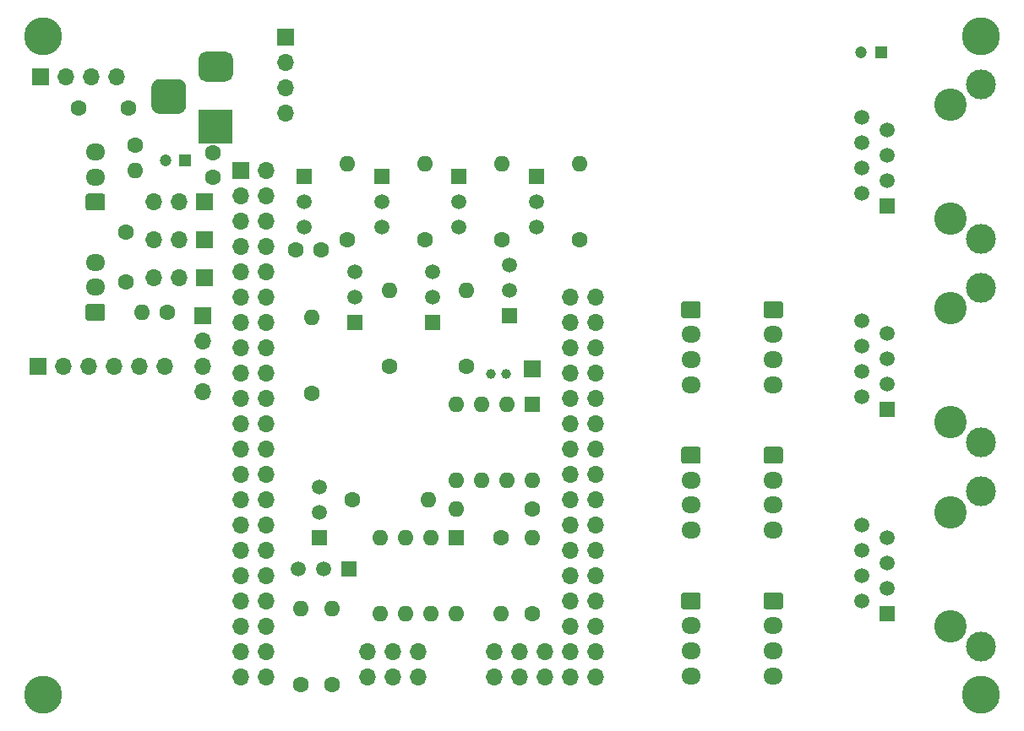
<source format=gbr>
%TF.GenerationSoftware,KiCad,Pcbnew,5.1.10-88a1d61d58~90~ubuntu20.10.1*%
%TF.CreationDate,2021-08-21T12:51:11-05:00*%
%TF.ProjectId,nutrient,6e757472-6965-46e7-942e-6b696361645f,rev?*%
%TF.SameCoordinates,Original*%
%TF.FileFunction,Soldermask,Top*%
%TF.FilePolarity,Negative*%
%FSLAX46Y46*%
G04 Gerber Fmt 4.6, Leading zero omitted, Abs format (unit mm)*
G04 Created by KiCad (PCBNEW 5.1.10-88a1d61d58~90~ubuntu20.10.1) date 2021-08-21 12:51:11*
%MOMM*%
%LPD*%
G01*
G04 APERTURE LIST*
%ADD10C,1.200000*%
%ADD11R,1.200000X1.200000*%
%ADD12C,1.600000*%
%ADD13R,1.700000X1.700000*%
%ADD14O,1.700000X1.700000*%
%ADD15O,1.600000X1.600000*%
%ADD16C,3.800000*%
%ADD17C,2.600000*%
%ADD18C,1.500000*%
%ADD19R,1.500000X1.500000*%
%ADD20R,3.500000X3.500000*%
%ADD21O,1.950000X1.700000*%
%ADD22C,3.250000*%
%ADD23C,3.000000*%
%ADD24R,1.600000X1.600000*%
%ADD25C,1.000000*%
G04 APERTURE END LIST*
D10*
%TO.C,C6*%
X114332000Y-49784000D03*
D11*
X116332000Y-49784000D03*
%TD*%
D12*
%TO.C,C5*%
X110664000Y-44577000D03*
X105664000Y-44577000D03*
%TD*%
%TO.C,C4*%
X110363000Y-57023000D03*
X110363000Y-62023000D03*
%TD*%
D13*
%TO.C,JI2C3*%
X126365000Y-37465000D03*
D14*
X126365000Y-40005000D03*
X126365000Y-42545000D03*
X126365000Y-45085000D03*
%TD*%
D13*
%TO.C,J9*%
X151130000Y-70739000D03*
%TD*%
D14*
%TO.C,JI2C2*%
X109474000Y-41402000D03*
X106934000Y-41402000D03*
X104394000Y-41402000D03*
D13*
X101854000Y-41402000D03*
%TD*%
D14*
%TO.C,XA1*%
X154940000Y-96520000D03*
X157480000Y-96520000D03*
X124460000Y-86360000D03*
X121920000Y-93980000D03*
D13*
X121920000Y-50800000D03*
D14*
X154940000Y-83820000D03*
X124460000Y-58420000D03*
X124460000Y-83820000D03*
X124460000Y-60960000D03*
X124460000Y-76200000D03*
X124460000Y-73660000D03*
X157480000Y-88900000D03*
X121920000Y-73660000D03*
X124460000Y-71120000D03*
X121920000Y-55880000D03*
X121920000Y-63500000D03*
X124460000Y-88900000D03*
X124460000Y-68580000D03*
X124460000Y-93980000D03*
X121920000Y-66040000D03*
X121920000Y-91440000D03*
X121920000Y-58420000D03*
X121920000Y-71120000D03*
X157480000Y-93980000D03*
X121920000Y-83820000D03*
X152400000Y-99060000D03*
X124460000Y-81280000D03*
X134620000Y-99060000D03*
X147320000Y-101600000D03*
X149860000Y-101600000D03*
X157480000Y-91440000D03*
X157480000Y-71120000D03*
X157480000Y-78740000D03*
X157480000Y-86360000D03*
X137160000Y-101600000D03*
X137160000Y-99060000D03*
X154940000Y-91440000D03*
X154940000Y-78740000D03*
X124460000Y-99060000D03*
X157480000Y-76200000D03*
X157480000Y-63500000D03*
X139700000Y-99060000D03*
X152400000Y-101600000D03*
X121920000Y-86360000D03*
X121920000Y-99060000D03*
X154940000Y-81280000D03*
X124460000Y-78740000D03*
X124460000Y-91440000D03*
X154940000Y-63500000D03*
X154940000Y-76200000D03*
X157480000Y-66040000D03*
X124460000Y-101600000D03*
X157480000Y-73660000D03*
X154940000Y-66040000D03*
X157480000Y-101600000D03*
X154940000Y-101600000D03*
X154940000Y-73660000D03*
X157480000Y-99060000D03*
X121920000Y-88900000D03*
X154940000Y-99060000D03*
X121920000Y-96520000D03*
X134620000Y-101600000D03*
X157480000Y-83820000D03*
X157480000Y-68580000D03*
X121920000Y-53340000D03*
X121920000Y-68580000D03*
X124460000Y-66040000D03*
X124460000Y-50800000D03*
X124460000Y-53340000D03*
X147320000Y-99060000D03*
X157480000Y-81280000D03*
X124460000Y-63500000D03*
X154940000Y-93980000D03*
X124460000Y-55880000D03*
X121920000Y-76200000D03*
X124460000Y-96520000D03*
X139700000Y-101600000D03*
X121920000Y-81280000D03*
X149860000Y-99060000D03*
X154940000Y-68580000D03*
X154940000Y-71120000D03*
X154940000Y-88900000D03*
X121920000Y-101600000D03*
X154940000Y-86360000D03*
X121920000Y-60960000D03*
X121920000Y-78740000D03*
%TD*%
D15*
%TO.C,R6*%
X111315500Y-50800000D03*
D12*
X111315500Y-48260000D03*
%TD*%
D14*
%TO.C,JP1*%
X113157000Y-53975000D03*
X115697000Y-53975000D03*
D13*
X118237000Y-53975000D03*
%TD*%
D14*
%TO.C,JI2C1*%
X118110000Y-73025000D03*
X118110000Y-70485000D03*
X118110000Y-67945000D03*
D13*
X118110000Y-65405000D03*
%TD*%
D12*
%TO.C,C2*%
X119126000Y-49022000D03*
X119126000Y-51522000D03*
%TD*%
%TO.C,C1*%
X127421000Y-58801000D03*
X129921000Y-58801000D03*
%TD*%
D15*
%TO.C,R5*%
X112014000Y-65024000D03*
D12*
X114554000Y-65024000D03*
%TD*%
D14*
%TO.C,JP2*%
X113157000Y-57785000D03*
X115697000Y-57785000D03*
D13*
X118237000Y-57785000D03*
%TD*%
D14*
%TO.C,JP3*%
X113157000Y-61595000D03*
X115697000Y-61595000D03*
D13*
X118237000Y-61595000D03*
%TD*%
D10*
%TO.C,C3*%
X184055000Y-38989000D03*
D11*
X186055000Y-38989000D03*
%TD*%
D16*
%TO.C,H4*%
X196088000Y-37338000D03*
D17*
X196088000Y-37338000D03*
%TD*%
D16*
%TO.C,H3*%
X102108000Y-37338000D03*
D17*
X102108000Y-37338000D03*
%TD*%
D16*
%TO.C,H2*%
X196088000Y-103378000D03*
D17*
X196088000Y-103378000D03*
%TD*%
D16*
%TO.C,H1*%
X102108000Y-103378000D03*
D17*
X102108000Y-103378000D03*
%TD*%
D15*
%TO.C,R2*%
X131064000Y-94742000D03*
D12*
X131064000Y-102362000D03*
%TD*%
D15*
%TO.C,R1*%
X127889000Y-94742000D03*
D12*
X127889000Y-102362000D03*
%TD*%
D18*
%TO.C,Q5*%
X133350000Y-63500000D03*
X133350000Y-60960000D03*
D19*
X133350000Y-66040000D03*
%TD*%
D20*
%TO.C,JDC1*%
X119380000Y-46386000D03*
G36*
G01*
X118380000Y-38886000D02*
X120380000Y-38886000D01*
G75*
G02*
X121130000Y-39636000I0J-750000D01*
G01*
X121130000Y-41136000D01*
G75*
G02*
X120380000Y-41886000I-750000J0D01*
G01*
X118380000Y-41886000D01*
G75*
G02*
X117630000Y-41136000I0J750000D01*
G01*
X117630000Y-39636000D01*
G75*
G02*
X118380000Y-38886000I750000J0D01*
G01*
G37*
G36*
G01*
X113805000Y-41636000D02*
X115555000Y-41636000D01*
G75*
G02*
X116430000Y-42511000I0J-875000D01*
G01*
X116430000Y-44261000D01*
G75*
G02*
X115555000Y-45136000I-875000J0D01*
G01*
X113805000Y-45136000D01*
G75*
G02*
X112930000Y-44261000I0J875000D01*
G01*
X112930000Y-42511000D01*
G75*
G02*
X113805000Y-41636000I875000J0D01*
G01*
G37*
%TD*%
D21*
%TO.C,J8*%
X107315000Y-48975000D03*
X107315000Y-51475000D03*
G36*
G01*
X108040000Y-54825000D02*
X106590000Y-54825000D01*
G75*
G02*
X106340000Y-54575000I0J250000D01*
G01*
X106340000Y-53375000D01*
G75*
G02*
X106590000Y-53125000I250000J0D01*
G01*
X108040000Y-53125000D01*
G75*
G02*
X108290000Y-53375000I0J-250000D01*
G01*
X108290000Y-54575000D01*
G75*
G02*
X108040000Y-54825000I-250000J0D01*
G01*
G37*
%TD*%
%TO.C,J7*%
X107315000Y-60024000D03*
X107315000Y-62524000D03*
G36*
G01*
X108040000Y-65874000D02*
X106590000Y-65874000D01*
G75*
G02*
X106340000Y-65624000I0J250000D01*
G01*
X106340000Y-64424000D01*
G75*
G02*
X106590000Y-64174000I250000J0D01*
G01*
X108040000Y-64174000D01*
G75*
G02*
X108290000Y-64424000I0J-250000D01*
G01*
X108290000Y-65624000D01*
G75*
G02*
X108040000Y-65874000I-250000J0D01*
G01*
G37*
%TD*%
D13*
%TO.C,JSPI1*%
X101600000Y-70485000D03*
D14*
X104140000Y-70485000D03*
X106680000Y-70485000D03*
X109220000Y-70485000D03*
X111760000Y-70485000D03*
X114300000Y-70485000D03*
%TD*%
D22*
%TO.C,JS2*%
X193038000Y-64620000D03*
D23*
X196088000Y-62565000D03*
D22*
X193038000Y-76050000D03*
D18*
X186688000Y-72240000D03*
X186688000Y-69700000D03*
X184148000Y-70970000D03*
X186688000Y-67160000D03*
D19*
X186688000Y-74780000D03*
D18*
X184148000Y-73510000D03*
D23*
X196088000Y-78105000D03*
D18*
X184148000Y-65890000D03*
X184148000Y-68430000D03*
%TD*%
D15*
%TO.C,U1*%
X143510000Y-95250000D03*
X135890000Y-87630000D03*
X140970000Y-95250000D03*
X138430000Y-87630000D03*
X138430000Y-95250000D03*
X140970000Y-87630000D03*
X135890000Y-95250000D03*
D24*
X143510000Y-87630000D03*
%TD*%
D21*
%TO.C,J3*%
X175260000Y-86875000D03*
X175260000Y-84375000D03*
X175260000Y-81875000D03*
G36*
G01*
X174535000Y-78525000D02*
X175985000Y-78525000D01*
G75*
G02*
X176235000Y-78775000I0J-250000D01*
G01*
X176235000Y-79975000D01*
G75*
G02*
X175985000Y-80225000I-250000J0D01*
G01*
X174535000Y-80225000D01*
G75*
G02*
X174285000Y-79975000I0J250000D01*
G01*
X174285000Y-78775000D01*
G75*
G02*
X174535000Y-78525000I250000J0D01*
G01*
G37*
%TD*%
D25*
%TO.C,Y1*%
X146963000Y-71247000D03*
X148463000Y-71247000D03*
%TD*%
D21*
%TO.C,J1*%
X175260000Y-101480000D03*
X175260000Y-98980000D03*
X175260000Y-96480000D03*
G36*
G01*
X174535000Y-93130000D02*
X175985000Y-93130000D01*
G75*
G02*
X176235000Y-93380000I0J-250000D01*
G01*
X176235000Y-94580000D01*
G75*
G02*
X175985000Y-94830000I-250000J0D01*
G01*
X174535000Y-94830000D01*
G75*
G02*
X174285000Y-94580000I0J250000D01*
G01*
X174285000Y-93380000D01*
G75*
G02*
X174535000Y-93130000I250000J0D01*
G01*
G37*
%TD*%
D15*
%TO.C,RQ7*%
X144526000Y-62865000D03*
D12*
X144526000Y-70485000D03*
%TD*%
D18*
%TO.C,Q7*%
X148844000Y-62865000D03*
X148844000Y-60325000D03*
D19*
X148844000Y-65405000D03*
%TD*%
D22*
%TO.C,JM1*%
X193038000Y-44219000D03*
D23*
X196088000Y-42164000D03*
D22*
X193038000Y-55649000D03*
D18*
X186688000Y-51839000D03*
X186688000Y-49299000D03*
X184148000Y-50569000D03*
X186688000Y-46759000D03*
D19*
X186688000Y-54379000D03*
D18*
X184148000Y-53109000D03*
D23*
X196088000Y-57704000D03*
D18*
X184148000Y-45489000D03*
X184148000Y-48029000D03*
%TD*%
D21*
%TO.C,J2*%
X167005000Y-101480000D03*
X167005000Y-98980000D03*
X167005000Y-96480000D03*
G36*
G01*
X166280000Y-93130000D02*
X167730000Y-93130000D01*
G75*
G02*
X167980000Y-93380000I0J-250000D01*
G01*
X167980000Y-94580000D01*
G75*
G02*
X167730000Y-94830000I-250000J0D01*
G01*
X166280000Y-94830000D01*
G75*
G02*
X166030000Y-94580000I0J250000D01*
G01*
X166030000Y-93380000D01*
G75*
G02*
X166280000Y-93130000I250000J0D01*
G01*
G37*
%TD*%
D22*
%TO.C,JS1*%
X193038000Y-85067000D03*
D23*
X196088000Y-83012000D03*
D22*
X193038000Y-96497000D03*
D18*
X186688000Y-92687000D03*
X186688000Y-90147000D03*
X184148000Y-91417000D03*
X186688000Y-87607000D03*
D19*
X186688000Y-95227000D03*
D18*
X184148000Y-93957000D03*
D23*
X196088000Y-98552000D03*
D18*
X184148000Y-86337000D03*
X184148000Y-88877000D03*
%TD*%
D15*
%TO.C,RQ1*%
X132588000Y-50165000D03*
D12*
X132588000Y-57785000D03*
%TD*%
D15*
%TO.C,RQ2*%
X140335000Y-50165000D03*
D12*
X140335000Y-57785000D03*
%TD*%
D18*
%TO.C,Q1*%
X128270000Y-53975000D03*
X128270000Y-56515000D03*
D19*
X128270000Y-51435000D03*
%TD*%
D18*
%TO.C,Q2*%
X136017000Y-53975000D03*
X136017000Y-56515000D03*
D19*
X136017000Y-51435000D03*
%TD*%
D15*
%TO.C,U2*%
X151130000Y-81915000D03*
X143510000Y-74295000D03*
X148590000Y-81915000D03*
X146050000Y-74295000D03*
X146050000Y-81915000D03*
X148590000Y-74295000D03*
X143510000Y-81915000D03*
D24*
X151130000Y-74295000D03*
%TD*%
D15*
%TO.C,R3*%
X140716000Y-83820000D03*
D12*
X133096000Y-83820000D03*
%TD*%
D15*
%TO.C,R20*%
X151130000Y-87630000D03*
D12*
X151130000Y-95250000D03*
%TD*%
D15*
%TO.C,R21*%
X143510000Y-84772500D03*
D12*
X151130000Y-84772500D03*
%TD*%
D15*
%TO.C,R4*%
X147955000Y-95250000D03*
D12*
X147955000Y-87630000D03*
%TD*%
D15*
%TO.C,RQ5*%
X129032000Y-65532000D03*
D12*
X129032000Y-73152000D03*
%TD*%
D15*
%TO.C,RQ6*%
X136779000Y-62865000D03*
D12*
X136779000Y-70485000D03*
%TD*%
D15*
%TO.C,RQ3*%
X148082000Y-50165000D03*
D12*
X148082000Y-57785000D03*
%TD*%
D15*
%TO.C,RQ4*%
X155829000Y-50165000D03*
D12*
X155829000Y-57785000D03*
%TD*%
D19*
%TO.C,QSO1*%
X129794000Y-87630000D03*
D18*
X129794000Y-82550000D03*
X129794000Y-85090000D03*
%TD*%
D19*
%TO.C,QSS1*%
X132715000Y-90805000D03*
D18*
X127635000Y-90805000D03*
X130175000Y-90805000D03*
%TD*%
%TO.C,Q6*%
X141097000Y-63500000D03*
X141097000Y-60960000D03*
D19*
X141097000Y-66040000D03*
%TD*%
D18*
%TO.C,Q3*%
X143764000Y-53975000D03*
X143764000Y-56515000D03*
D19*
X143764000Y-51435000D03*
%TD*%
D18*
%TO.C,Q4*%
X151511000Y-53975000D03*
X151511000Y-56515000D03*
D19*
X151511000Y-51435000D03*
%TD*%
D21*
%TO.C,J6*%
X167005000Y-72270000D03*
X167005000Y-69770000D03*
X167005000Y-67270000D03*
G36*
G01*
X166280000Y-63920000D02*
X167730000Y-63920000D01*
G75*
G02*
X167980000Y-64170000I0J-250000D01*
G01*
X167980000Y-65370000D01*
G75*
G02*
X167730000Y-65620000I-250000J0D01*
G01*
X166280000Y-65620000D01*
G75*
G02*
X166030000Y-65370000I0J250000D01*
G01*
X166030000Y-64170000D01*
G75*
G02*
X166280000Y-63920000I250000J0D01*
G01*
G37*
%TD*%
%TO.C,J5*%
X175260000Y-72270000D03*
X175260000Y-69770000D03*
X175260000Y-67270000D03*
G36*
G01*
X174535000Y-63920000D02*
X175985000Y-63920000D01*
G75*
G02*
X176235000Y-64170000I0J-250000D01*
G01*
X176235000Y-65370000D01*
G75*
G02*
X175985000Y-65620000I-250000J0D01*
G01*
X174535000Y-65620000D01*
G75*
G02*
X174285000Y-65370000I0J250000D01*
G01*
X174285000Y-64170000D01*
G75*
G02*
X174535000Y-63920000I250000J0D01*
G01*
G37*
%TD*%
%TO.C,J4*%
X167005000Y-86875000D03*
X167005000Y-84375000D03*
X167005000Y-81875000D03*
G36*
G01*
X166280000Y-78525000D02*
X167730000Y-78525000D01*
G75*
G02*
X167980000Y-78775000I0J-250000D01*
G01*
X167980000Y-79975000D01*
G75*
G02*
X167730000Y-80225000I-250000J0D01*
G01*
X166280000Y-80225000D01*
G75*
G02*
X166030000Y-79975000I0J250000D01*
G01*
X166030000Y-78775000D01*
G75*
G02*
X166280000Y-78525000I250000J0D01*
G01*
G37*
%TD*%
M02*

</source>
